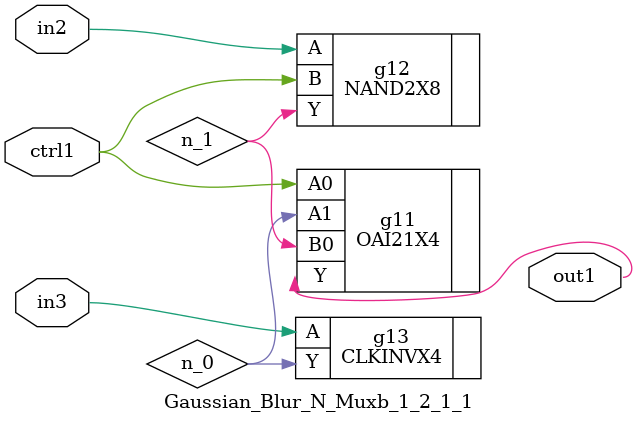
<source format=v>
`timescale 1ps / 1ps


module Gaussian_Blur_N_Muxb_1_2_1_1(in3, in2, ctrl1, out1);
  input in3, in2, ctrl1;
  output out1;
  wire in3, in2, ctrl1;
  wire out1;
  wire n_0, n_1;
  OAI21X4 g11(.A0 (ctrl1), .A1 (n_0), .B0 (n_1), .Y (out1));
  NAND2X8 g12(.A (in2), .B (ctrl1), .Y (n_1));
  CLKINVX4 g13(.A (in3), .Y (n_0));
endmodule



</source>
